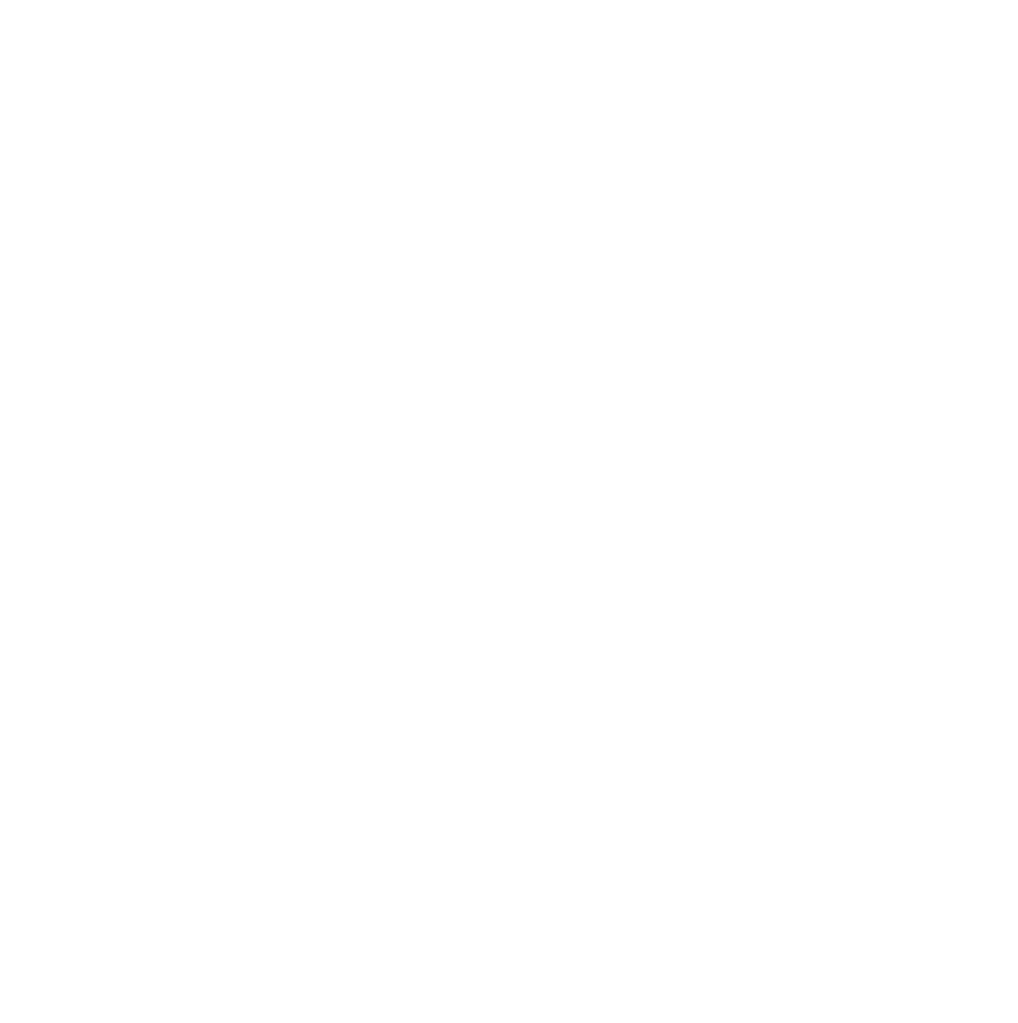
<source format=gbr>
G04 Panel Editor  V12.2 (Build 1133) Date:  Mon Apr 13 15:08:35 2020 *
G04 Database: C:\Users\sergey\Documents\EAGLE\projects\Led_amp\export\CAMOutputs\Panel\Led_amp.cam *
G04 Layer 13: drills.xln *
%FSLAX34Y34*%
%MOMM*%
%SFA1.000B1.000*%

%MIA0B0*%
%IPPOS*%
%LNdrills.xln*%
%SRX1Y1I0J0*%
%LPD*%
%SRX4Y5I37.754J30.254*%
G54D73*
X122590Y191970D03*
X254670Y217370D03*
G54D30*
X201470Y268170D03*
X176070D03*
G54D31*
X101270Y115570D03*
X126270D03*
X151270D03*
X176270D03*
X201270D03*
X226270D03*
X251270D03*
X276270D03*
X101270Y38770D03*
X126270D03*
X151270D03*
X176270D03*
X201270D03*
X226270D03*
X251270D03*
X276270D03*
G54D32*
X38770D03*
X338770D03*
X38770Y263770D03*
X338770D03*
M02*

</source>
